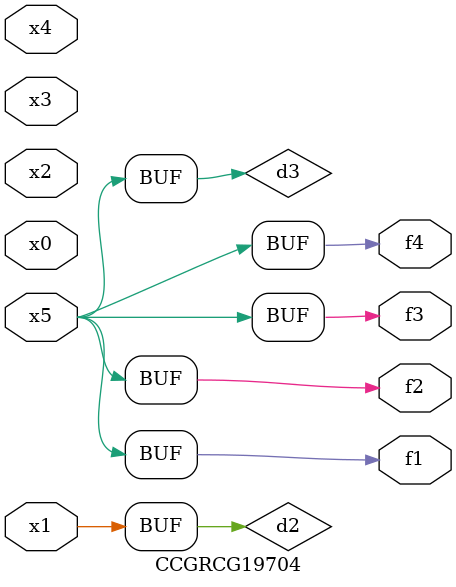
<source format=v>
module CCGRCG19704(
	input x0, x1, x2, x3, x4, x5,
	output f1, f2, f3, f4
);

	wire d1, d2, d3;

	not (d1, x5);
	or (d2, x1);
	xnor (d3, d1);
	assign f1 = d3;
	assign f2 = d3;
	assign f3 = d3;
	assign f4 = d3;
endmodule

</source>
